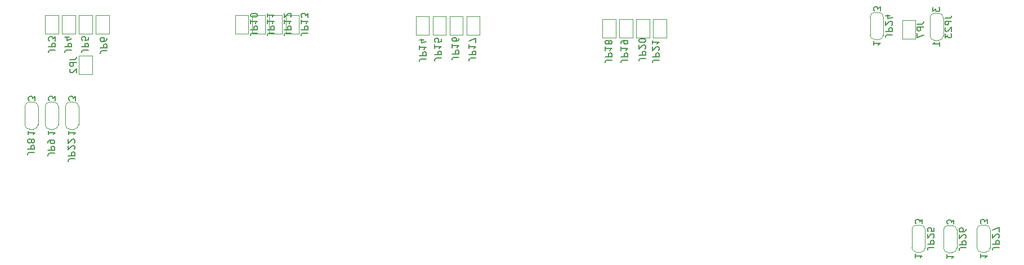
<source format=gbr>
G04 #@! TF.GenerationSoftware,KiCad,Pcbnew,(5.1.2)-2*
G04 #@! TF.CreationDate,2020-02-28T11:58:50-10:00*
G04 #@! TF.ProjectId,Esp32PrinterController,45737033-3250-4726-996e-746572436f6e,rev?*
G04 #@! TF.SameCoordinates,Original*
G04 #@! TF.FileFunction,Legend,Bot*
G04 #@! TF.FilePolarity,Positive*
%FSLAX46Y46*%
G04 Gerber Fmt 4.6, Leading zero omitted, Abs format (unit mm)*
G04 Created by KiCad (PCBNEW (5.1.2)-2) date 2020-02-28 11:58:50*
%MOMM*%
%LPD*%
G04 APERTURE LIST*
%ADD10C,0.120000*%
%ADD11C,0.150000*%
G04 APERTURE END LIST*
D10*
X97393000Y-49877000D02*
X97393000Y-47077000D01*
X97393000Y-47077000D02*
X95393000Y-47077000D01*
X95393000Y-47077000D02*
X95393000Y-49877000D01*
X95393000Y-49877000D02*
X97393000Y-49877000D01*
X42180000Y-52993000D02*
X42180000Y-55793000D01*
X42180000Y-55793000D02*
X44180000Y-55793000D01*
X44180000Y-55793000D02*
X44180000Y-52993000D01*
X44180000Y-52993000D02*
X42180000Y-52993000D01*
X37100000Y-49697000D02*
X39100000Y-49697000D01*
X37100000Y-46897000D02*
X37100000Y-49697000D01*
X39100000Y-46897000D02*
X37100000Y-46897000D01*
X39100000Y-49697000D02*
X39100000Y-46897000D01*
X41640000Y-49697000D02*
X41640000Y-46897000D01*
X41640000Y-46897000D02*
X39640000Y-46897000D01*
X39640000Y-46897000D02*
X39640000Y-49697000D01*
X39640000Y-49697000D02*
X41640000Y-49697000D01*
X42180000Y-49697000D02*
X44180000Y-49697000D01*
X42180000Y-46897000D02*
X42180000Y-49697000D01*
X44180000Y-46897000D02*
X42180000Y-46897000D01*
X44180000Y-49697000D02*
X44180000Y-46897000D01*
X46720000Y-49697000D02*
X46720000Y-46897000D01*
X46720000Y-46897000D02*
X44720000Y-46897000D01*
X44720000Y-46897000D02*
X44720000Y-49697000D01*
X44720000Y-49697000D02*
X46720000Y-49697000D01*
X168005000Y-50459000D02*
X168005000Y-47659000D01*
X168005000Y-47659000D02*
X166005000Y-47659000D01*
X166005000Y-47659000D02*
X166005000Y-50459000D01*
X166005000Y-50459000D02*
X168005000Y-50459000D01*
X65675000Y-49660000D02*
X67675000Y-49660000D01*
X65675000Y-46860000D02*
X65675000Y-49660000D01*
X67675000Y-46860000D02*
X65675000Y-46860000D01*
X67675000Y-49660000D02*
X67675000Y-46860000D01*
X68215000Y-49660000D02*
X70215000Y-49660000D01*
X68215000Y-46860000D02*
X68215000Y-49660000D01*
X70215000Y-46860000D02*
X68215000Y-46860000D01*
X70215000Y-49660000D02*
X70215000Y-46860000D01*
X72755000Y-49660000D02*
X72755000Y-46860000D01*
X72755000Y-46860000D02*
X70755000Y-46860000D01*
X70755000Y-46860000D02*
X70755000Y-49660000D01*
X70755000Y-49660000D02*
X72755000Y-49660000D01*
X73295000Y-49660000D02*
X75295000Y-49660000D01*
X73295000Y-46860000D02*
X73295000Y-49660000D01*
X75295000Y-46860000D02*
X73295000Y-46860000D01*
X75295000Y-49660000D02*
X75295000Y-46860000D01*
X92853000Y-49877000D02*
X94853000Y-49877000D01*
X92853000Y-47077000D02*
X92853000Y-49877000D01*
X94853000Y-47077000D02*
X92853000Y-47077000D01*
X94853000Y-49877000D02*
X94853000Y-47077000D01*
X97933000Y-49877000D02*
X99933000Y-49877000D01*
X97933000Y-47077000D02*
X97933000Y-49877000D01*
X99933000Y-47077000D02*
X97933000Y-47077000D01*
X99933000Y-49877000D02*
X99933000Y-47077000D01*
X102473000Y-49877000D02*
X102473000Y-47077000D01*
X102473000Y-47077000D02*
X100473000Y-47077000D01*
X100473000Y-47077000D02*
X100473000Y-49877000D01*
X100473000Y-49877000D02*
X102473000Y-49877000D01*
X122920000Y-50295000D02*
X122920000Y-47495000D01*
X122920000Y-47495000D02*
X120920000Y-47495000D01*
X120920000Y-47495000D02*
X120920000Y-50295000D01*
X120920000Y-50295000D02*
X122920000Y-50295000D01*
X123460000Y-50295000D02*
X125460000Y-50295000D01*
X123460000Y-47495000D02*
X123460000Y-50295000D01*
X125460000Y-47495000D02*
X123460000Y-47495000D01*
X125460000Y-50295000D02*
X125460000Y-47495000D01*
X128000000Y-50295000D02*
X128000000Y-47495000D01*
X128000000Y-47495000D02*
X126000000Y-47495000D01*
X126000000Y-47495000D02*
X126000000Y-50295000D01*
X126000000Y-50295000D02*
X128000000Y-50295000D01*
X128540000Y-50295000D02*
X130540000Y-50295000D01*
X128540000Y-47495000D02*
X128540000Y-50295000D01*
X130540000Y-47495000D02*
X128540000Y-47495000D01*
X130540000Y-50295000D02*
X130540000Y-47495000D01*
X34752000Y-64051400D02*
X35352000Y-64051400D01*
X34052000Y-60601400D02*
X34052000Y-63401400D01*
X35352000Y-59951400D02*
X34752000Y-59951400D01*
X36052000Y-63401400D02*
X36052000Y-60601400D01*
X36052000Y-60651400D02*
G75*
G03X35352000Y-59951400I-700000J0D01*
G01*
X34752000Y-59951400D02*
G75*
G03X34052000Y-60651400I0J-700000D01*
G01*
X34052000Y-63351400D02*
G75*
G03X34752000Y-64051400I700000J0D01*
G01*
X35352000Y-64051400D02*
G75*
G03X36052000Y-63351400I0J700000D01*
G01*
X38400000Y-64051400D02*
G75*
G03X39100000Y-63351400I0J700000D01*
G01*
X37100000Y-63351400D02*
G75*
G03X37800000Y-64051400I700000J0D01*
G01*
X37800000Y-59951400D02*
G75*
G03X37100000Y-60651400I0J-700000D01*
G01*
X39100000Y-60651400D02*
G75*
G03X38400000Y-59951400I-700000J0D01*
G01*
X39100000Y-63401400D02*
X39100000Y-60601400D01*
X38400000Y-59951400D02*
X37800000Y-59951400D01*
X37100000Y-60601400D02*
X37100000Y-63401400D01*
X37800000Y-64051400D02*
X38400000Y-64051400D01*
X40848000Y-64051400D02*
X41448000Y-64051400D01*
X40148000Y-60601400D02*
X40148000Y-63401400D01*
X41448000Y-59951400D02*
X40848000Y-59951400D01*
X42148000Y-63401400D02*
X42148000Y-60601400D01*
X42148000Y-60651400D02*
G75*
G03X41448000Y-59951400I-700000J0D01*
G01*
X40848000Y-59951400D02*
G75*
G03X40148000Y-60651400I0J-700000D01*
G01*
X40148000Y-63351400D02*
G75*
G03X40848000Y-64051400I700000J0D01*
G01*
X41448000Y-64051400D02*
G75*
G03X42148000Y-63351400I0J700000D01*
G01*
X171496000Y-50691000D02*
G75*
G03X172196000Y-49991000I0J700000D01*
G01*
X170196000Y-49991000D02*
G75*
G03X170896000Y-50691000I700000J0D01*
G01*
X170896000Y-46591000D02*
G75*
G03X170196000Y-47291000I0J-700000D01*
G01*
X172196000Y-47291000D02*
G75*
G03X171496000Y-46591000I-700000J0D01*
G01*
X172196000Y-50041000D02*
X172196000Y-47241000D01*
X171496000Y-46591000D02*
X170896000Y-46591000D01*
X170196000Y-47241000D02*
X170196000Y-50041000D01*
X170896000Y-50691000D02*
X171496000Y-50691000D01*
X161879000Y-50564000D02*
X162479000Y-50564000D01*
X161179000Y-47114000D02*
X161179000Y-49914000D01*
X162479000Y-46464000D02*
X161879000Y-46464000D01*
X163179000Y-49914000D02*
X163179000Y-47114000D01*
X163179000Y-47164000D02*
G75*
G03X162479000Y-46464000I-700000J0D01*
G01*
X161879000Y-46464000D02*
G75*
G03X161179000Y-47164000I0J-700000D01*
G01*
X161179000Y-49864000D02*
G75*
G03X161879000Y-50564000I700000J0D01*
G01*
X162479000Y-50564000D02*
G75*
G03X163179000Y-49864000I0J700000D01*
G01*
X168765500Y-82568000D02*
G75*
G03X169465500Y-81868000I0J700000D01*
G01*
X167465500Y-81868000D02*
G75*
G03X168165500Y-82568000I700000J0D01*
G01*
X168165500Y-78468000D02*
G75*
G03X167465500Y-79168000I0J-700000D01*
G01*
X169465500Y-79168000D02*
G75*
G03X168765500Y-78468000I-700000J0D01*
G01*
X169465500Y-81918000D02*
X169465500Y-79118000D01*
X168765500Y-78468000D02*
X168165500Y-78468000D01*
X167465500Y-79118000D02*
X167465500Y-81918000D01*
X168165500Y-82568000D02*
X168765500Y-82568000D01*
X172928000Y-82631500D02*
X173528000Y-82631500D01*
X172228000Y-79181500D02*
X172228000Y-81981500D01*
X173528000Y-78531500D02*
X172928000Y-78531500D01*
X174228000Y-81981500D02*
X174228000Y-79181500D01*
X174228000Y-79231500D02*
G75*
G03X173528000Y-78531500I-700000J0D01*
G01*
X172928000Y-78531500D02*
G75*
G03X172228000Y-79231500I0J-700000D01*
G01*
X172228000Y-81931500D02*
G75*
G03X172928000Y-82631500I700000J0D01*
G01*
X173528000Y-82631500D02*
G75*
G03X174228000Y-81931500I0J700000D01*
G01*
X178544500Y-82568000D02*
G75*
G03X179244500Y-81868000I0J700000D01*
G01*
X177244500Y-81868000D02*
G75*
G03X177944500Y-82568000I700000J0D01*
G01*
X177944500Y-78468000D02*
G75*
G03X177244500Y-79168000I0J-700000D01*
G01*
X179244500Y-79168000D02*
G75*
G03X178544500Y-78468000I-700000J0D01*
G01*
X179244500Y-81918000D02*
X179244500Y-79118000D01*
X178544500Y-78468000D02*
X177944500Y-78468000D01*
X177244500Y-79118000D02*
X177244500Y-81918000D01*
X177944500Y-82568000D02*
X178544500Y-82568000D01*
D11*
X96686619Y-53342523D02*
X95972333Y-53342523D01*
X95829476Y-53390142D01*
X95734238Y-53485380D01*
X95686619Y-53628238D01*
X95686619Y-53723476D01*
X95686619Y-52866333D02*
X96686619Y-52866333D01*
X96686619Y-52485380D01*
X96639000Y-52390142D01*
X96591380Y-52342523D01*
X96496142Y-52294904D01*
X96353285Y-52294904D01*
X96258047Y-52342523D01*
X96210428Y-52390142D01*
X96162809Y-52485380D01*
X96162809Y-52866333D01*
X95686619Y-51342523D02*
X95686619Y-51913952D01*
X95686619Y-51628238D02*
X96686619Y-51628238D01*
X96543761Y-51723476D01*
X96448523Y-51818714D01*
X96400904Y-51913952D01*
X96686619Y-50437761D02*
X96686619Y-50913952D01*
X96210428Y-50961571D01*
X96258047Y-50913952D01*
X96305666Y-50818714D01*
X96305666Y-50580619D01*
X96258047Y-50485380D01*
X96210428Y-50437761D01*
X96115190Y-50390142D01*
X95877095Y-50390142D01*
X95781857Y-50437761D01*
X95734238Y-50485380D01*
X95686619Y-50580619D01*
X95686619Y-50818714D01*
X95734238Y-50913952D01*
X95781857Y-50961571D01*
X40832380Y-53559666D02*
X41546666Y-53559666D01*
X41689523Y-53512047D01*
X41784761Y-53416809D01*
X41832380Y-53273952D01*
X41832380Y-53178714D01*
X41832380Y-54035857D02*
X40832380Y-54035857D01*
X40832380Y-54416809D01*
X40880000Y-54512047D01*
X40927619Y-54559666D01*
X41022857Y-54607285D01*
X41165714Y-54607285D01*
X41260952Y-54559666D01*
X41308571Y-54512047D01*
X41356190Y-54416809D01*
X41356190Y-54035857D01*
X40927619Y-54988238D02*
X40880000Y-55035857D01*
X40832380Y-55131095D01*
X40832380Y-55369190D01*
X40880000Y-55464428D01*
X40927619Y-55512047D01*
X41022857Y-55559666D01*
X41118095Y-55559666D01*
X41260952Y-55512047D01*
X41832380Y-54940619D01*
X41832380Y-55559666D01*
X38647619Y-52141333D02*
X37933333Y-52141333D01*
X37790476Y-52188952D01*
X37695238Y-52284190D01*
X37647619Y-52427047D01*
X37647619Y-52522285D01*
X37647619Y-51665142D02*
X38647619Y-51665142D01*
X38647619Y-51284190D01*
X38600000Y-51188952D01*
X38552380Y-51141333D01*
X38457142Y-51093714D01*
X38314285Y-51093714D01*
X38219047Y-51141333D01*
X38171428Y-51188952D01*
X38123809Y-51284190D01*
X38123809Y-51665142D01*
X38647619Y-50760380D02*
X38647619Y-50141333D01*
X38266666Y-50474666D01*
X38266666Y-50331809D01*
X38219047Y-50236571D01*
X38171428Y-50188952D01*
X38076190Y-50141333D01*
X37838095Y-50141333D01*
X37742857Y-50188952D01*
X37695238Y-50236571D01*
X37647619Y-50331809D01*
X37647619Y-50617523D01*
X37695238Y-50712761D01*
X37742857Y-50760380D01*
X41060619Y-52141333D02*
X40346333Y-52141333D01*
X40203476Y-52188952D01*
X40108238Y-52284190D01*
X40060619Y-52427047D01*
X40060619Y-52522285D01*
X40060619Y-51665142D02*
X41060619Y-51665142D01*
X41060619Y-51284190D01*
X41013000Y-51188952D01*
X40965380Y-51141333D01*
X40870142Y-51093714D01*
X40727285Y-51093714D01*
X40632047Y-51141333D01*
X40584428Y-51188952D01*
X40536809Y-51284190D01*
X40536809Y-51665142D01*
X40727285Y-50236571D02*
X40060619Y-50236571D01*
X41108238Y-50474666D02*
X40393952Y-50712761D01*
X40393952Y-50093714D01*
X43600619Y-52141333D02*
X42886333Y-52141333D01*
X42743476Y-52188952D01*
X42648238Y-52284190D01*
X42600619Y-52427047D01*
X42600619Y-52522285D01*
X42600619Y-51665142D02*
X43600619Y-51665142D01*
X43600619Y-51284190D01*
X43553000Y-51188952D01*
X43505380Y-51141333D01*
X43410142Y-51093714D01*
X43267285Y-51093714D01*
X43172047Y-51141333D01*
X43124428Y-51188952D01*
X43076809Y-51284190D01*
X43076809Y-51665142D01*
X43600619Y-50188952D02*
X43600619Y-50665142D01*
X43124428Y-50712761D01*
X43172047Y-50665142D01*
X43219666Y-50569904D01*
X43219666Y-50331809D01*
X43172047Y-50236571D01*
X43124428Y-50188952D01*
X43029190Y-50141333D01*
X42791095Y-50141333D01*
X42695857Y-50188952D01*
X42648238Y-50236571D01*
X42600619Y-50331809D01*
X42600619Y-50569904D01*
X42648238Y-50665142D01*
X42695857Y-50712761D01*
X46394619Y-52268333D02*
X45680333Y-52268333D01*
X45537476Y-52315952D01*
X45442238Y-52411190D01*
X45394619Y-52554047D01*
X45394619Y-52649285D01*
X45394619Y-51792142D02*
X46394619Y-51792142D01*
X46394619Y-51411190D01*
X46347000Y-51315952D01*
X46299380Y-51268333D01*
X46204142Y-51220714D01*
X46061285Y-51220714D01*
X45966047Y-51268333D01*
X45918428Y-51315952D01*
X45870809Y-51411190D01*
X45870809Y-51792142D01*
X46394619Y-50363571D02*
X46394619Y-50554047D01*
X46347000Y-50649285D01*
X46299380Y-50696904D01*
X46156523Y-50792142D01*
X45966047Y-50839761D01*
X45585095Y-50839761D01*
X45489857Y-50792142D01*
X45442238Y-50744523D01*
X45394619Y-50649285D01*
X45394619Y-50458809D01*
X45442238Y-50363571D01*
X45489857Y-50315952D01*
X45585095Y-50268333D01*
X45823190Y-50268333D01*
X45918428Y-50315952D01*
X45966047Y-50363571D01*
X46013666Y-50458809D01*
X46013666Y-50649285D01*
X45966047Y-50744523D01*
X45918428Y-50792142D01*
X45823190Y-50839761D01*
X168257380Y-48225666D02*
X168971666Y-48225666D01*
X169114523Y-48178047D01*
X169209761Y-48082809D01*
X169257380Y-47939952D01*
X169257380Y-47844714D01*
X169257380Y-48701857D02*
X168257380Y-48701857D01*
X168257380Y-49082809D01*
X168305000Y-49178047D01*
X168352619Y-49225666D01*
X168447857Y-49273285D01*
X168590714Y-49273285D01*
X168685952Y-49225666D01*
X168733571Y-49178047D01*
X168781190Y-49082809D01*
X168781190Y-48701857D01*
X168257380Y-49606619D02*
X168257380Y-50273285D01*
X169257380Y-49844714D01*
X69022619Y-49569523D02*
X68308333Y-49569523D01*
X68165476Y-49617142D01*
X68070238Y-49712380D01*
X68022619Y-49855238D01*
X68022619Y-49950476D01*
X68022619Y-49093333D02*
X69022619Y-49093333D01*
X69022619Y-48712380D01*
X68975000Y-48617142D01*
X68927380Y-48569523D01*
X68832142Y-48521904D01*
X68689285Y-48521904D01*
X68594047Y-48569523D01*
X68546428Y-48617142D01*
X68498809Y-48712380D01*
X68498809Y-49093333D01*
X68022619Y-47569523D02*
X68022619Y-48140952D01*
X68022619Y-47855238D02*
X69022619Y-47855238D01*
X68879761Y-47950476D01*
X68784523Y-48045714D01*
X68736904Y-48140952D01*
X69022619Y-46950476D02*
X69022619Y-46855238D01*
X68975000Y-46760000D01*
X68927380Y-46712380D01*
X68832142Y-46664761D01*
X68641666Y-46617142D01*
X68403571Y-46617142D01*
X68213095Y-46664761D01*
X68117857Y-46712380D01*
X68070238Y-46760000D01*
X68022619Y-46855238D01*
X68022619Y-46950476D01*
X68070238Y-47045714D01*
X68117857Y-47093333D01*
X68213095Y-47140952D01*
X68403571Y-47188571D01*
X68641666Y-47188571D01*
X68832142Y-47140952D01*
X68927380Y-47093333D01*
X68975000Y-47045714D01*
X69022619Y-46950476D01*
X71562619Y-49569523D02*
X70848333Y-49569523D01*
X70705476Y-49617142D01*
X70610238Y-49712380D01*
X70562619Y-49855238D01*
X70562619Y-49950476D01*
X70562619Y-49093333D02*
X71562619Y-49093333D01*
X71562619Y-48712380D01*
X71515000Y-48617142D01*
X71467380Y-48569523D01*
X71372142Y-48521904D01*
X71229285Y-48521904D01*
X71134047Y-48569523D01*
X71086428Y-48617142D01*
X71038809Y-48712380D01*
X71038809Y-49093333D01*
X70562619Y-47569523D02*
X70562619Y-48140952D01*
X70562619Y-47855238D02*
X71562619Y-47855238D01*
X71419761Y-47950476D01*
X71324523Y-48045714D01*
X71276904Y-48140952D01*
X70562619Y-46617142D02*
X70562619Y-47188571D01*
X70562619Y-46902857D02*
X71562619Y-46902857D01*
X71419761Y-46998095D01*
X71324523Y-47093333D01*
X71276904Y-47188571D01*
X74102619Y-49569523D02*
X73388333Y-49569523D01*
X73245476Y-49617142D01*
X73150238Y-49712380D01*
X73102619Y-49855238D01*
X73102619Y-49950476D01*
X73102619Y-49093333D02*
X74102619Y-49093333D01*
X74102619Y-48712380D01*
X74055000Y-48617142D01*
X74007380Y-48569523D01*
X73912142Y-48521904D01*
X73769285Y-48521904D01*
X73674047Y-48569523D01*
X73626428Y-48617142D01*
X73578809Y-48712380D01*
X73578809Y-49093333D01*
X73102619Y-47569523D02*
X73102619Y-48140952D01*
X73102619Y-47855238D02*
X74102619Y-47855238D01*
X73959761Y-47950476D01*
X73864523Y-48045714D01*
X73816904Y-48140952D01*
X74007380Y-47188571D02*
X74055000Y-47140952D01*
X74102619Y-47045714D01*
X74102619Y-46807619D01*
X74055000Y-46712380D01*
X74007380Y-46664761D01*
X73912142Y-46617142D01*
X73816904Y-46617142D01*
X73674047Y-46664761D01*
X73102619Y-47236190D01*
X73102619Y-46617142D01*
X76642619Y-49569523D02*
X75928333Y-49569523D01*
X75785476Y-49617142D01*
X75690238Y-49712380D01*
X75642619Y-49855238D01*
X75642619Y-49950476D01*
X75642619Y-49093333D02*
X76642619Y-49093333D01*
X76642619Y-48712380D01*
X76595000Y-48617142D01*
X76547380Y-48569523D01*
X76452142Y-48521904D01*
X76309285Y-48521904D01*
X76214047Y-48569523D01*
X76166428Y-48617142D01*
X76118809Y-48712380D01*
X76118809Y-49093333D01*
X75642619Y-47569523D02*
X75642619Y-48140952D01*
X75642619Y-47855238D02*
X76642619Y-47855238D01*
X76499761Y-47950476D01*
X76404523Y-48045714D01*
X76356904Y-48140952D01*
X76642619Y-47236190D02*
X76642619Y-46617142D01*
X76261666Y-46950476D01*
X76261666Y-46807619D01*
X76214047Y-46712380D01*
X76166428Y-46664761D01*
X76071190Y-46617142D01*
X75833095Y-46617142D01*
X75737857Y-46664761D01*
X75690238Y-46712380D01*
X75642619Y-46807619D01*
X75642619Y-47093333D01*
X75690238Y-47188571D01*
X75737857Y-47236190D01*
X94400619Y-53469523D02*
X93686333Y-53469523D01*
X93543476Y-53517142D01*
X93448238Y-53612380D01*
X93400619Y-53755238D01*
X93400619Y-53850476D01*
X93400619Y-52993333D02*
X94400619Y-52993333D01*
X94400619Y-52612380D01*
X94353000Y-52517142D01*
X94305380Y-52469523D01*
X94210142Y-52421904D01*
X94067285Y-52421904D01*
X93972047Y-52469523D01*
X93924428Y-52517142D01*
X93876809Y-52612380D01*
X93876809Y-52993333D01*
X93400619Y-51469523D02*
X93400619Y-52040952D01*
X93400619Y-51755238D02*
X94400619Y-51755238D01*
X94257761Y-51850476D01*
X94162523Y-51945714D01*
X94114904Y-52040952D01*
X94067285Y-50612380D02*
X93400619Y-50612380D01*
X94448238Y-50850476D02*
X93733952Y-51088571D01*
X93733952Y-50469523D01*
X99353619Y-53215523D02*
X98639333Y-53215523D01*
X98496476Y-53263142D01*
X98401238Y-53358380D01*
X98353619Y-53501238D01*
X98353619Y-53596476D01*
X98353619Y-52739333D02*
X99353619Y-52739333D01*
X99353619Y-52358380D01*
X99306000Y-52263142D01*
X99258380Y-52215523D01*
X99163142Y-52167904D01*
X99020285Y-52167904D01*
X98925047Y-52215523D01*
X98877428Y-52263142D01*
X98829809Y-52358380D01*
X98829809Y-52739333D01*
X98353619Y-51215523D02*
X98353619Y-51786952D01*
X98353619Y-51501238D02*
X99353619Y-51501238D01*
X99210761Y-51596476D01*
X99115523Y-51691714D01*
X99067904Y-51786952D01*
X99353619Y-50358380D02*
X99353619Y-50548857D01*
X99306000Y-50644095D01*
X99258380Y-50691714D01*
X99115523Y-50786952D01*
X98925047Y-50834571D01*
X98544095Y-50834571D01*
X98448857Y-50786952D01*
X98401238Y-50739333D01*
X98353619Y-50644095D01*
X98353619Y-50453619D01*
X98401238Y-50358380D01*
X98448857Y-50310761D01*
X98544095Y-50263142D01*
X98782190Y-50263142D01*
X98877428Y-50310761D01*
X98925047Y-50358380D01*
X98972666Y-50453619D01*
X98972666Y-50644095D01*
X98925047Y-50739333D01*
X98877428Y-50786952D01*
X98782190Y-50834571D01*
X101893619Y-53342523D02*
X101179333Y-53342523D01*
X101036476Y-53390142D01*
X100941238Y-53485380D01*
X100893619Y-53628238D01*
X100893619Y-53723476D01*
X100893619Y-52866333D02*
X101893619Y-52866333D01*
X101893619Y-52485380D01*
X101846000Y-52390142D01*
X101798380Y-52342523D01*
X101703142Y-52294904D01*
X101560285Y-52294904D01*
X101465047Y-52342523D01*
X101417428Y-52390142D01*
X101369809Y-52485380D01*
X101369809Y-52866333D01*
X100893619Y-51342523D02*
X100893619Y-51913952D01*
X100893619Y-51628238D02*
X101893619Y-51628238D01*
X101750761Y-51723476D01*
X101655523Y-51818714D01*
X101607904Y-51913952D01*
X101893619Y-51009190D02*
X101893619Y-50342523D01*
X100893619Y-50771095D01*
X122340619Y-53633523D02*
X121626333Y-53633523D01*
X121483476Y-53681142D01*
X121388238Y-53776380D01*
X121340619Y-53919238D01*
X121340619Y-54014476D01*
X121340619Y-53157333D02*
X122340619Y-53157333D01*
X122340619Y-52776380D01*
X122293000Y-52681142D01*
X122245380Y-52633523D01*
X122150142Y-52585904D01*
X122007285Y-52585904D01*
X121912047Y-52633523D01*
X121864428Y-52681142D01*
X121816809Y-52776380D01*
X121816809Y-53157333D01*
X121340619Y-51633523D02*
X121340619Y-52204952D01*
X121340619Y-51919238D02*
X122340619Y-51919238D01*
X122197761Y-52014476D01*
X122102523Y-52109714D01*
X122054904Y-52204952D01*
X121912047Y-51062095D02*
X121959666Y-51157333D01*
X122007285Y-51204952D01*
X122102523Y-51252571D01*
X122150142Y-51252571D01*
X122245380Y-51204952D01*
X122293000Y-51157333D01*
X122340619Y-51062095D01*
X122340619Y-50871619D01*
X122293000Y-50776380D01*
X122245380Y-50728761D01*
X122150142Y-50681142D01*
X122102523Y-50681142D01*
X122007285Y-50728761D01*
X121959666Y-50776380D01*
X121912047Y-50871619D01*
X121912047Y-51062095D01*
X121864428Y-51157333D01*
X121816809Y-51204952D01*
X121721571Y-51252571D01*
X121531095Y-51252571D01*
X121435857Y-51204952D01*
X121388238Y-51157333D01*
X121340619Y-51062095D01*
X121340619Y-50871619D01*
X121388238Y-50776380D01*
X121435857Y-50728761D01*
X121531095Y-50681142D01*
X121721571Y-50681142D01*
X121816809Y-50728761D01*
X121864428Y-50776380D01*
X121912047Y-50871619D01*
X124753619Y-53633523D02*
X124039333Y-53633523D01*
X123896476Y-53681142D01*
X123801238Y-53776380D01*
X123753619Y-53919238D01*
X123753619Y-54014476D01*
X123753619Y-53157333D02*
X124753619Y-53157333D01*
X124753619Y-52776380D01*
X124706000Y-52681142D01*
X124658380Y-52633523D01*
X124563142Y-52585904D01*
X124420285Y-52585904D01*
X124325047Y-52633523D01*
X124277428Y-52681142D01*
X124229809Y-52776380D01*
X124229809Y-53157333D01*
X123753619Y-51633523D02*
X123753619Y-52204952D01*
X123753619Y-51919238D02*
X124753619Y-51919238D01*
X124610761Y-52014476D01*
X124515523Y-52109714D01*
X124467904Y-52204952D01*
X123753619Y-51157333D02*
X123753619Y-50966857D01*
X123801238Y-50871619D01*
X123848857Y-50824000D01*
X123991714Y-50728761D01*
X124182190Y-50681142D01*
X124563142Y-50681142D01*
X124658380Y-50728761D01*
X124706000Y-50776380D01*
X124753619Y-50871619D01*
X124753619Y-51062095D01*
X124706000Y-51157333D01*
X124658380Y-51204952D01*
X124563142Y-51252571D01*
X124325047Y-51252571D01*
X124229809Y-51204952D01*
X124182190Y-51157333D01*
X124134571Y-51062095D01*
X124134571Y-50871619D01*
X124182190Y-50776380D01*
X124229809Y-50728761D01*
X124325047Y-50681142D01*
X127420619Y-53379523D02*
X126706333Y-53379523D01*
X126563476Y-53427142D01*
X126468238Y-53522380D01*
X126420619Y-53665238D01*
X126420619Y-53760476D01*
X126420619Y-52903333D02*
X127420619Y-52903333D01*
X127420619Y-52522380D01*
X127373000Y-52427142D01*
X127325380Y-52379523D01*
X127230142Y-52331904D01*
X127087285Y-52331904D01*
X126992047Y-52379523D01*
X126944428Y-52427142D01*
X126896809Y-52522380D01*
X126896809Y-52903333D01*
X127325380Y-51950952D02*
X127373000Y-51903333D01*
X127420619Y-51808095D01*
X127420619Y-51570000D01*
X127373000Y-51474761D01*
X127325380Y-51427142D01*
X127230142Y-51379523D01*
X127134904Y-51379523D01*
X126992047Y-51427142D01*
X126420619Y-51998571D01*
X126420619Y-51379523D01*
X127420619Y-50760476D02*
X127420619Y-50665238D01*
X127373000Y-50570000D01*
X127325380Y-50522380D01*
X127230142Y-50474761D01*
X127039666Y-50427142D01*
X126801571Y-50427142D01*
X126611095Y-50474761D01*
X126515857Y-50522380D01*
X126468238Y-50570000D01*
X126420619Y-50665238D01*
X126420619Y-50760476D01*
X126468238Y-50855714D01*
X126515857Y-50903333D01*
X126611095Y-50950952D01*
X126801571Y-50998571D01*
X127039666Y-50998571D01*
X127230142Y-50950952D01*
X127325380Y-50903333D01*
X127373000Y-50855714D01*
X127420619Y-50760476D01*
X129452619Y-53633523D02*
X128738333Y-53633523D01*
X128595476Y-53681142D01*
X128500238Y-53776380D01*
X128452619Y-53919238D01*
X128452619Y-54014476D01*
X128452619Y-53157333D02*
X129452619Y-53157333D01*
X129452619Y-52776380D01*
X129405000Y-52681142D01*
X129357380Y-52633523D01*
X129262142Y-52585904D01*
X129119285Y-52585904D01*
X129024047Y-52633523D01*
X128976428Y-52681142D01*
X128928809Y-52776380D01*
X128928809Y-53157333D01*
X129357380Y-52204952D02*
X129405000Y-52157333D01*
X129452619Y-52062095D01*
X129452619Y-51824000D01*
X129405000Y-51728761D01*
X129357380Y-51681142D01*
X129262142Y-51633523D01*
X129166904Y-51633523D01*
X129024047Y-51681142D01*
X128452619Y-52252571D01*
X128452619Y-51633523D01*
X128452619Y-50681142D02*
X128452619Y-51252571D01*
X128452619Y-50966857D02*
X129452619Y-50966857D01*
X129309761Y-51062095D01*
X129214523Y-51157333D01*
X129166904Y-51252571D01*
X35472619Y-67533733D02*
X34758333Y-67533733D01*
X34615476Y-67581352D01*
X34520238Y-67676590D01*
X34472619Y-67819447D01*
X34472619Y-67914685D01*
X34472619Y-67057542D02*
X35472619Y-67057542D01*
X35472619Y-66676590D01*
X35425000Y-66581352D01*
X35377380Y-66533733D01*
X35282142Y-66486114D01*
X35139285Y-66486114D01*
X35044047Y-66533733D01*
X34996428Y-66581352D01*
X34948809Y-66676590D01*
X34948809Y-67057542D01*
X35044047Y-65914685D02*
X35091666Y-66009923D01*
X35139285Y-66057542D01*
X35234523Y-66105161D01*
X35282142Y-66105161D01*
X35377380Y-66057542D01*
X35425000Y-66009923D01*
X35472619Y-65914685D01*
X35472619Y-65724209D01*
X35425000Y-65628971D01*
X35377380Y-65581352D01*
X35282142Y-65533733D01*
X35234523Y-65533733D01*
X35139285Y-65581352D01*
X35091666Y-65628971D01*
X35044047Y-65724209D01*
X35044047Y-65914685D01*
X34996428Y-66009923D01*
X34948809Y-66057542D01*
X34853571Y-66105161D01*
X34663095Y-66105161D01*
X34567857Y-66057542D01*
X34520238Y-66009923D01*
X34472619Y-65914685D01*
X34472619Y-65724209D01*
X34520238Y-65628971D01*
X34567857Y-65581352D01*
X34663095Y-65533733D01*
X34853571Y-65533733D01*
X34948809Y-65581352D01*
X34996428Y-65628971D01*
X35044047Y-65724209D01*
X35599619Y-59734733D02*
X35599619Y-59115685D01*
X35218666Y-59449019D01*
X35218666Y-59306161D01*
X35171047Y-59210923D01*
X35123428Y-59163304D01*
X35028190Y-59115685D01*
X34790095Y-59115685D01*
X34694857Y-59163304D01*
X34647238Y-59210923D01*
X34599619Y-59306161D01*
X34599619Y-59591876D01*
X34647238Y-59687114D01*
X34694857Y-59734733D01*
X34599619Y-64315685D02*
X34599619Y-64887114D01*
X34599619Y-64601400D02*
X35599619Y-64601400D01*
X35456761Y-64696638D01*
X35361523Y-64791876D01*
X35313904Y-64887114D01*
X38520619Y-67660733D02*
X37806333Y-67660733D01*
X37663476Y-67708352D01*
X37568238Y-67803590D01*
X37520619Y-67946447D01*
X37520619Y-68041685D01*
X37520619Y-67184542D02*
X38520619Y-67184542D01*
X38520619Y-66803590D01*
X38473000Y-66708352D01*
X38425380Y-66660733D01*
X38330142Y-66613114D01*
X38187285Y-66613114D01*
X38092047Y-66660733D01*
X38044428Y-66708352D01*
X37996809Y-66803590D01*
X37996809Y-67184542D01*
X37520619Y-66136923D02*
X37520619Y-65946447D01*
X37568238Y-65851209D01*
X37615857Y-65803590D01*
X37758714Y-65708352D01*
X37949190Y-65660733D01*
X38330142Y-65660733D01*
X38425380Y-65708352D01*
X38473000Y-65755971D01*
X38520619Y-65851209D01*
X38520619Y-66041685D01*
X38473000Y-66136923D01*
X38425380Y-66184542D01*
X38330142Y-66232161D01*
X38092047Y-66232161D01*
X37996809Y-66184542D01*
X37949190Y-66136923D01*
X37901571Y-66041685D01*
X37901571Y-65851209D01*
X37949190Y-65755971D01*
X37996809Y-65708352D01*
X38092047Y-65660733D01*
X37647619Y-64315685D02*
X37647619Y-64887114D01*
X37647619Y-64601400D02*
X38647619Y-64601400D01*
X38504761Y-64696638D01*
X38409523Y-64791876D01*
X38361904Y-64887114D01*
X38647619Y-59734733D02*
X38647619Y-59115685D01*
X38266666Y-59449019D01*
X38266666Y-59306161D01*
X38219047Y-59210923D01*
X38171428Y-59163304D01*
X38076190Y-59115685D01*
X37838095Y-59115685D01*
X37742857Y-59163304D01*
X37695238Y-59210923D01*
X37647619Y-59306161D01*
X37647619Y-59591876D01*
X37695238Y-59687114D01*
X37742857Y-59734733D01*
X41568619Y-68517923D02*
X40854333Y-68517923D01*
X40711476Y-68565542D01*
X40616238Y-68660780D01*
X40568619Y-68803638D01*
X40568619Y-68898876D01*
X40568619Y-68041733D02*
X41568619Y-68041733D01*
X41568619Y-67660780D01*
X41521000Y-67565542D01*
X41473380Y-67517923D01*
X41378142Y-67470304D01*
X41235285Y-67470304D01*
X41140047Y-67517923D01*
X41092428Y-67565542D01*
X41044809Y-67660780D01*
X41044809Y-68041733D01*
X41473380Y-67089352D02*
X41521000Y-67041733D01*
X41568619Y-66946495D01*
X41568619Y-66708400D01*
X41521000Y-66613161D01*
X41473380Y-66565542D01*
X41378142Y-66517923D01*
X41282904Y-66517923D01*
X41140047Y-66565542D01*
X40568619Y-67136971D01*
X40568619Y-66517923D01*
X41473380Y-66136971D02*
X41521000Y-66089352D01*
X41568619Y-65994114D01*
X41568619Y-65756019D01*
X41521000Y-65660780D01*
X41473380Y-65613161D01*
X41378142Y-65565542D01*
X41282904Y-65565542D01*
X41140047Y-65613161D01*
X40568619Y-66184590D01*
X40568619Y-65565542D01*
X41695619Y-59734733D02*
X41695619Y-59115685D01*
X41314666Y-59449019D01*
X41314666Y-59306161D01*
X41267047Y-59210923D01*
X41219428Y-59163304D01*
X41124190Y-59115685D01*
X40886095Y-59115685D01*
X40790857Y-59163304D01*
X40743238Y-59210923D01*
X40695619Y-59306161D01*
X40695619Y-59591876D01*
X40743238Y-59687114D01*
X40790857Y-59734733D01*
X40695619Y-64315685D02*
X40695619Y-64887114D01*
X40695619Y-64601400D02*
X41695619Y-64601400D01*
X41552761Y-64696638D01*
X41457523Y-64791876D01*
X41409904Y-64887114D01*
X172448380Y-47331476D02*
X173162666Y-47331476D01*
X173305523Y-47283857D01*
X173400761Y-47188619D01*
X173448380Y-47045761D01*
X173448380Y-46950523D01*
X173448380Y-47807666D02*
X172448380Y-47807666D01*
X172448380Y-48188619D01*
X172496000Y-48283857D01*
X172543619Y-48331476D01*
X172638857Y-48379095D01*
X172781714Y-48379095D01*
X172876952Y-48331476D01*
X172924571Y-48283857D01*
X172972190Y-48188619D01*
X172972190Y-47807666D01*
X172543619Y-48760047D02*
X172496000Y-48807666D01*
X172448380Y-48902904D01*
X172448380Y-49141000D01*
X172496000Y-49236238D01*
X172543619Y-49283857D01*
X172638857Y-49331476D01*
X172734095Y-49331476D01*
X172876952Y-49283857D01*
X173448380Y-48712428D01*
X173448380Y-49331476D01*
X172448380Y-49664809D02*
X172448380Y-50283857D01*
X172829333Y-49950523D01*
X172829333Y-50093380D01*
X172876952Y-50188619D01*
X172924571Y-50236238D01*
X173019809Y-50283857D01*
X173257904Y-50283857D01*
X173353142Y-50236238D01*
X173400761Y-50188619D01*
X173448380Y-50093380D01*
X173448380Y-49807666D01*
X173400761Y-49712428D01*
X173353142Y-49664809D01*
X171648380Y-51526714D02*
X171648380Y-50955285D01*
X171648380Y-51241000D02*
X170648380Y-51241000D01*
X170791238Y-51145761D01*
X170886476Y-51050523D01*
X170934095Y-50955285D01*
X170648380Y-45707666D02*
X170648380Y-46326714D01*
X171029333Y-45993380D01*
X171029333Y-46136238D01*
X171076952Y-46231476D01*
X171124571Y-46279095D01*
X171219809Y-46326714D01*
X171457904Y-46326714D01*
X171553142Y-46279095D01*
X171600761Y-46231476D01*
X171648380Y-46136238D01*
X171648380Y-45850523D01*
X171600761Y-45755285D01*
X171553142Y-45707666D01*
X164526619Y-49823523D02*
X163812333Y-49823523D01*
X163669476Y-49871142D01*
X163574238Y-49966380D01*
X163526619Y-50109238D01*
X163526619Y-50204476D01*
X163526619Y-49347333D02*
X164526619Y-49347333D01*
X164526619Y-48966380D01*
X164479000Y-48871142D01*
X164431380Y-48823523D01*
X164336142Y-48775904D01*
X164193285Y-48775904D01*
X164098047Y-48823523D01*
X164050428Y-48871142D01*
X164002809Y-48966380D01*
X164002809Y-49347333D01*
X164431380Y-48394952D02*
X164479000Y-48347333D01*
X164526619Y-48252095D01*
X164526619Y-48014000D01*
X164479000Y-47918761D01*
X164431380Y-47871142D01*
X164336142Y-47823523D01*
X164240904Y-47823523D01*
X164098047Y-47871142D01*
X163526619Y-48442571D01*
X163526619Y-47823523D01*
X164193285Y-46966380D02*
X163526619Y-46966380D01*
X164574238Y-47204476D02*
X163859952Y-47442571D01*
X163859952Y-46823523D01*
X162726619Y-46247333D02*
X162726619Y-45628285D01*
X162345666Y-45961619D01*
X162345666Y-45818761D01*
X162298047Y-45723523D01*
X162250428Y-45675904D01*
X162155190Y-45628285D01*
X161917095Y-45628285D01*
X161821857Y-45675904D01*
X161774238Y-45723523D01*
X161726619Y-45818761D01*
X161726619Y-46104476D01*
X161774238Y-46199714D01*
X161821857Y-46247333D01*
X161726619Y-50828285D02*
X161726619Y-51399714D01*
X161726619Y-51114000D02*
X162726619Y-51114000D01*
X162583761Y-51209238D01*
X162488523Y-51304476D01*
X162440904Y-51399714D01*
X170813119Y-81827523D02*
X170098833Y-81827523D01*
X169955976Y-81875142D01*
X169860738Y-81970380D01*
X169813119Y-82113238D01*
X169813119Y-82208476D01*
X169813119Y-81351333D02*
X170813119Y-81351333D01*
X170813119Y-80970380D01*
X170765500Y-80875142D01*
X170717880Y-80827523D01*
X170622642Y-80779904D01*
X170479785Y-80779904D01*
X170384547Y-80827523D01*
X170336928Y-80875142D01*
X170289309Y-80970380D01*
X170289309Y-81351333D01*
X170717880Y-80398952D02*
X170765500Y-80351333D01*
X170813119Y-80256095D01*
X170813119Y-80018000D01*
X170765500Y-79922761D01*
X170717880Y-79875142D01*
X170622642Y-79827523D01*
X170527404Y-79827523D01*
X170384547Y-79875142D01*
X169813119Y-80446571D01*
X169813119Y-79827523D01*
X170813119Y-78922761D02*
X170813119Y-79398952D01*
X170336928Y-79446571D01*
X170384547Y-79398952D01*
X170432166Y-79303714D01*
X170432166Y-79065619D01*
X170384547Y-78970380D01*
X170336928Y-78922761D01*
X170241690Y-78875142D01*
X170003595Y-78875142D01*
X169908357Y-78922761D01*
X169860738Y-78970380D01*
X169813119Y-79065619D01*
X169813119Y-79303714D01*
X169860738Y-79398952D01*
X169908357Y-79446571D01*
X168013119Y-82832285D02*
X168013119Y-83403714D01*
X168013119Y-83118000D02*
X169013119Y-83118000D01*
X168870261Y-83213238D01*
X168775023Y-83308476D01*
X168727404Y-83403714D01*
X169013119Y-78251333D02*
X169013119Y-77632285D01*
X168632166Y-77965619D01*
X168632166Y-77822761D01*
X168584547Y-77727523D01*
X168536928Y-77679904D01*
X168441690Y-77632285D01*
X168203595Y-77632285D01*
X168108357Y-77679904D01*
X168060738Y-77727523D01*
X168013119Y-77822761D01*
X168013119Y-78108476D01*
X168060738Y-78203714D01*
X168108357Y-78251333D01*
X175575619Y-81891023D02*
X174861333Y-81891023D01*
X174718476Y-81938642D01*
X174623238Y-82033880D01*
X174575619Y-82176738D01*
X174575619Y-82271976D01*
X174575619Y-81414833D02*
X175575619Y-81414833D01*
X175575619Y-81033880D01*
X175528000Y-80938642D01*
X175480380Y-80891023D01*
X175385142Y-80843404D01*
X175242285Y-80843404D01*
X175147047Y-80891023D01*
X175099428Y-80938642D01*
X175051809Y-81033880D01*
X175051809Y-81414833D01*
X175480380Y-80462452D02*
X175528000Y-80414833D01*
X175575619Y-80319595D01*
X175575619Y-80081500D01*
X175528000Y-79986261D01*
X175480380Y-79938642D01*
X175385142Y-79891023D01*
X175289904Y-79891023D01*
X175147047Y-79938642D01*
X174575619Y-80510071D01*
X174575619Y-79891023D01*
X175575619Y-79033880D02*
X175575619Y-79224357D01*
X175528000Y-79319595D01*
X175480380Y-79367214D01*
X175337523Y-79462452D01*
X175147047Y-79510071D01*
X174766095Y-79510071D01*
X174670857Y-79462452D01*
X174623238Y-79414833D01*
X174575619Y-79319595D01*
X174575619Y-79129119D01*
X174623238Y-79033880D01*
X174670857Y-78986261D01*
X174766095Y-78938642D01*
X175004190Y-78938642D01*
X175099428Y-78986261D01*
X175147047Y-79033880D01*
X175194666Y-79129119D01*
X175194666Y-79319595D01*
X175147047Y-79414833D01*
X175099428Y-79462452D01*
X175004190Y-79510071D01*
X173775619Y-78314833D02*
X173775619Y-77695785D01*
X173394666Y-78029119D01*
X173394666Y-77886261D01*
X173347047Y-77791023D01*
X173299428Y-77743404D01*
X173204190Y-77695785D01*
X172966095Y-77695785D01*
X172870857Y-77743404D01*
X172823238Y-77791023D01*
X172775619Y-77886261D01*
X172775619Y-78171976D01*
X172823238Y-78267214D01*
X172870857Y-78314833D01*
X172775619Y-82895785D02*
X172775619Y-83467214D01*
X172775619Y-83181500D02*
X173775619Y-83181500D01*
X173632761Y-83276738D01*
X173537523Y-83371976D01*
X173489904Y-83467214D01*
X180592119Y-81827523D02*
X179877833Y-81827523D01*
X179734976Y-81875142D01*
X179639738Y-81970380D01*
X179592119Y-82113238D01*
X179592119Y-82208476D01*
X179592119Y-81351333D02*
X180592119Y-81351333D01*
X180592119Y-80970380D01*
X180544500Y-80875142D01*
X180496880Y-80827523D01*
X180401642Y-80779904D01*
X180258785Y-80779904D01*
X180163547Y-80827523D01*
X180115928Y-80875142D01*
X180068309Y-80970380D01*
X180068309Y-81351333D01*
X180496880Y-80398952D02*
X180544500Y-80351333D01*
X180592119Y-80256095D01*
X180592119Y-80018000D01*
X180544500Y-79922761D01*
X180496880Y-79875142D01*
X180401642Y-79827523D01*
X180306404Y-79827523D01*
X180163547Y-79875142D01*
X179592119Y-80446571D01*
X179592119Y-79827523D01*
X180592119Y-79494190D02*
X180592119Y-78827523D01*
X179592119Y-79256095D01*
X177792119Y-82832285D02*
X177792119Y-83403714D01*
X177792119Y-83118000D02*
X178792119Y-83118000D01*
X178649261Y-83213238D01*
X178554023Y-83308476D01*
X178506404Y-83403714D01*
X178792119Y-78251333D02*
X178792119Y-77632285D01*
X178411166Y-77965619D01*
X178411166Y-77822761D01*
X178363547Y-77727523D01*
X178315928Y-77679904D01*
X178220690Y-77632285D01*
X177982595Y-77632285D01*
X177887357Y-77679904D01*
X177839738Y-77727523D01*
X177792119Y-77822761D01*
X177792119Y-78108476D01*
X177839738Y-78203714D01*
X177887357Y-78251333D01*
M02*

</source>
